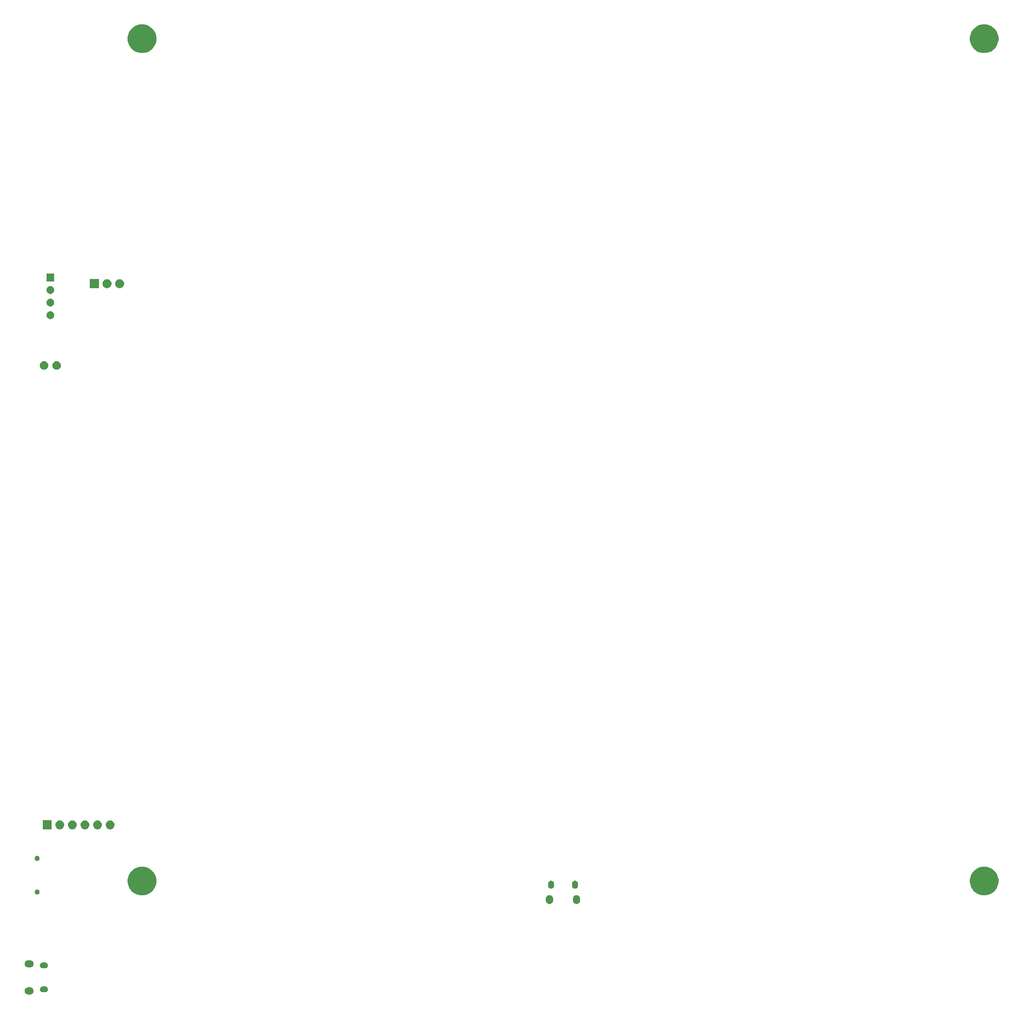
<source format=gbs>
G04 #@! TF.GenerationSoftware,KiCad,Pcbnew,5.1.4-3.fc31*
G04 #@! TF.CreationDate,2019-12-02T16:48:44+01:00*
G04 #@! TF.ProjectId,WordclockPCB,576f7264-636c-46f6-936b-5043422e6b69,rev?*
G04 #@! TF.SameCoordinates,Original*
G04 #@! TF.FileFunction,Soldermask,Bot*
G04 #@! TF.FilePolarity,Negative*
%FSLAX46Y46*%
G04 Gerber Fmt 4.6, Leading zero omitted, Abs format (unit mm)*
G04 Created by KiCad (PCBNEW 5.1.4-3.fc31) date 2019-12-02 16:48:44*
%MOMM*%
%LPD*%
G04 APERTURE LIST*
%ADD10C,0.100000*%
G04 APERTURE END LIST*
D10*
G36*
X87951213Y-216957502D02*
G01*
X88022321Y-216964505D01*
X88159172Y-217006019D01*
X88159175Y-217006020D01*
X88285294Y-217073432D01*
X88395843Y-217164157D01*
X88486568Y-217274706D01*
X88553980Y-217400825D01*
X88553981Y-217400828D01*
X88595495Y-217537679D01*
X88609512Y-217680000D01*
X88595495Y-217822321D01*
X88580385Y-217872130D01*
X88553980Y-217959175D01*
X88486568Y-218085294D01*
X88395843Y-218195843D01*
X88285294Y-218286568D01*
X88159175Y-218353980D01*
X88159172Y-218353981D01*
X88022321Y-218395495D01*
X87951213Y-218402498D01*
X87915660Y-218406000D01*
X87494340Y-218406000D01*
X87458787Y-218402498D01*
X87387679Y-218395495D01*
X87250828Y-218353981D01*
X87250825Y-218353980D01*
X87124706Y-218286568D01*
X87014157Y-218195843D01*
X86923432Y-218085294D01*
X86856020Y-217959175D01*
X86829615Y-217872130D01*
X86814505Y-217822321D01*
X86800488Y-217680000D01*
X86814505Y-217537679D01*
X86856019Y-217400828D01*
X86856020Y-217400825D01*
X86923432Y-217274706D01*
X87014157Y-217164157D01*
X87124706Y-217073432D01*
X87250825Y-217006020D01*
X87250828Y-217006019D01*
X87387679Y-216964505D01*
X87458787Y-216957502D01*
X87494340Y-216954000D01*
X87915660Y-216954000D01*
X87951213Y-216957502D01*
X87951213Y-216957502D01*
G37*
G36*
X91022818Y-216777696D02*
G01*
X91136105Y-216812062D01*
X91240512Y-216867869D01*
X91332027Y-216942973D01*
X91407131Y-217034488D01*
X91462938Y-217138895D01*
X91497304Y-217252182D01*
X91508907Y-217370000D01*
X91497304Y-217487818D01*
X91462938Y-217601105D01*
X91407131Y-217705512D01*
X91332027Y-217797027D01*
X91240512Y-217872131D01*
X91136105Y-217927938D01*
X91022818Y-217962304D01*
X90934519Y-217971000D01*
X90475481Y-217971000D01*
X90387182Y-217962304D01*
X90273895Y-217927938D01*
X90169488Y-217872131D01*
X90077973Y-217797027D01*
X90002869Y-217705512D01*
X89947062Y-217601105D01*
X89912696Y-217487818D01*
X89901093Y-217370000D01*
X89912696Y-217252182D01*
X89947062Y-217138895D01*
X90002869Y-217034488D01*
X90077973Y-216942973D01*
X90169488Y-216867869D01*
X90273895Y-216812062D01*
X90387182Y-216777696D01*
X90475481Y-216769000D01*
X90934519Y-216769000D01*
X91022818Y-216777696D01*
X91022818Y-216777696D01*
G37*
G36*
X91022818Y-211937696D02*
G01*
X91136105Y-211972062D01*
X91240512Y-212027869D01*
X91332027Y-212102973D01*
X91407131Y-212194488D01*
X91462938Y-212298895D01*
X91497304Y-212412182D01*
X91508907Y-212530000D01*
X91497304Y-212647818D01*
X91462938Y-212761105D01*
X91407131Y-212865512D01*
X91332027Y-212957027D01*
X91240512Y-213032131D01*
X91136105Y-213087938D01*
X91022818Y-213122304D01*
X90934519Y-213131000D01*
X90475481Y-213131000D01*
X90387182Y-213122304D01*
X90273895Y-213087938D01*
X90169488Y-213032131D01*
X90077973Y-212957027D01*
X90002869Y-212865512D01*
X89947062Y-212761105D01*
X89912696Y-212647818D01*
X89901093Y-212530000D01*
X89912696Y-212412182D01*
X89947062Y-212298895D01*
X90002869Y-212194488D01*
X90077973Y-212102973D01*
X90169488Y-212027869D01*
X90273895Y-211972062D01*
X90387182Y-211937696D01*
X90475481Y-211929000D01*
X90934519Y-211929000D01*
X91022818Y-211937696D01*
X91022818Y-211937696D01*
G37*
G36*
X87951213Y-211497502D02*
G01*
X88022321Y-211504505D01*
X88159172Y-211546019D01*
X88159175Y-211546020D01*
X88285294Y-211613432D01*
X88395843Y-211704157D01*
X88486568Y-211814706D01*
X88553980Y-211940825D01*
X88553981Y-211940828D01*
X88595495Y-212077679D01*
X88609512Y-212220000D01*
X88595495Y-212362321D01*
X88580369Y-212412184D01*
X88553980Y-212499175D01*
X88486568Y-212625294D01*
X88395843Y-212735843D01*
X88285294Y-212826568D01*
X88159175Y-212893980D01*
X88159172Y-212893981D01*
X88022321Y-212935495D01*
X87951213Y-212942498D01*
X87915660Y-212946000D01*
X87494340Y-212946000D01*
X87458787Y-212942498D01*
X87387679Y-212935495D01*
X87250828Y-212893981D01*
X87250825Y-212893980D01*
X87124706Y-212826568D01*
X87014157Y-212735843D01*
X86923432Y-212625294D01*
X86856020Y-212499175D01*
X86829631Y-212412184D01*
X86814505Y-212362321D01*
X86800488Y-212220000D01*
X86814505Y-212077679D01*
X86856019Y-211940828D01*
X86856020Y-211940825D01*
X86923432Y-211814706D01*
X87014157Y-211704157D01*
X87124706Y-211613432D01*
X87250825Y-211546020D01*
X87250828Y-211546019D01*
X87387679Y-211504505D01*
X87458787Y-211497502D01*
X87494340Y-211494000D01*
X87915660Y-211494000D01*
X87951213Y-211497502D01*
X87951213Y-211497502D01*
G37*
G36*
X198347320Y-198354505D02*
G01*
X198484171Y-198396019D01*
X198484174Y-198396020D01*
X198610293Y-198463432D01*
X198720843Y-198554158D01*
X198811568Y-198664706D01*
X198878980Y-198790825D01*
X198878980Y-198790826D01*
X198878981Y-198790828D01*
X198920495Y-198927679D01*
X198931000Y-199034341D01*
X198931000Y-199455658D01*
X198920495Y-199562320D01*
X198889783Y-199663564D01*
X198878980Y-199699176D01*
X198811568Y-199825294D01*
X198720843Y-199935843D01*
X198610294Y-200026568D01*
X198484175Y-200093980D01*
X198484172Y-200093981D01*
X198347321Y-200135495D01*
X198205000Y-200149512D01*
X198062680Y-200135495D01*
X197925829Y-200093981D01*
X197925826Y-200093980D01*
X197799707Y-200026568D01*
X197689158Y-199935843D01*
X197598432Y-199825294D01*
X197531020Y-199699175D01*
X197531019Y-199699172D01*
X197489505Y-199562321D01*
X197479000Y-199455659D01*
X197479000Y-199034342D01*
X197489505Y-198927680D01*
X197531019Y-198790829D01*
X197531020Y-198790826D01*
X197598432Y-198664707D01*
X197689158Y-198554157D01*
X197799706Y-198463432D01*
X197925825Y-198396020D01*
X197925828Y-198396019D01*
X198062679Y-198354505D01*
X198205000Y-198340488D01*
X198347320Y-198354505D01*
X198347320Y-198354505D01*
G37*
G36*
X192887320Y-198354505D02*
G01*
X193024171Y-198396019D01*
X193024174Y-198396020D01*
X193150293Y-198463432D01*
X193260843Y-198554158D01*
X193351568Y-198664706D01*
X193418980Y-198790825D01*
X193418980Y-198790826D01*
X193418981Y-198790828D01*
X193460495Y-198927679D01*
X193471000Y-199034341D01*
X193471000Y-199455658D01*
X193460495Y-199562320D01*
X193429783Y-199663564D01*
X193418980Y-199699176D01*
X193351568Y-199825294D01*
X193260843Y-199935843D01*
X193150294Y-200026568D01*
X193024175Y-200093980D01*
X193024172Y-200093981D01*
X192887321Y-200135495D01*
X192745000Y-200149512D01*
X192602680Y-200135495D01*
X192465829Y-200093981D01*
X192465826Y-200093980D01*
X192339707Y-200026568D01*
X192229158Y-199935843D01*
X192138432Y-199825294D01*
X192071020Y-199699175D01*
X192071019Y-199699172D01*
X192029505Y-199562321D01*
X192019000Y-199455659D01*
X192019000Y-199034342D01*
X192029505Y-198927680D01*
X192071019Y-198790829D01*
X192071020Y-198790826D01*
X192138432Y-198664707D01*
X192229158Y-198554157D01*
X192339706Y-198463432D01*
X192465825Y-198396020D01*
X192465828Y-198396019D01*
X192602679Y-198354505D01*
X192745000Y-198340488D01*
X192887320Y-198354505D01*
X192887320Y-198354505D01*
G37*
G36*
X281346189Y-192710483D02*
G01*
X281346192Y-192710484D01*
X281346191Y-192710484D01*
X281874139Y-192929167D01*
X282349280Y-193246646D01*
X282753354Y-193650720D01*
X283070833Y-194125861D01*
X283070834Y-194125863D01*
X283289517Y-194653811D01*
X283401000Y-195214275D01*
X283401000Y-195785725D01*
X283289517Y-196346189D01*
X283199787Y-196562816D01*
X283070833Y-196874139D01*
X282753354Y-197349280D01*
X282349280Y-197753354D01*
X281874139Y-198070833D01*
X281874138Y-198070834D01*
X281874137Y-198070834D01*
X281346189Y-198289517D01*
X280785725Y-198401000D01*
X280214275Y-198401000D01*
X279653811Y-198289517D01*
X279125863Y-198070834D01*
X279125862Y-198070834D01*
X279125861Y-198070833D01*
X278650720Y-197753354D01*
X278246646Y-197349280D01*
X277929167Y-196874139D01*
X277800213Y-196562816D01*
X277710483Y-196346189D01*
X277599000Y-195785725D01*
X277599000Y-195214275D01*
X277710483Y-194653811D01*
X277929166Y-194125863D01*
X277929167Y-194125861D01*
X278246646Y-193650720D01*
X278650720Y-193246646D01*
X279125861Y-192929167D01*
X279653809Y-192710484D01*
X279653808Y-192710484D01*
X279653811Y-192710483D01*
X280214275Y-192599000D01*
X280785725Y-192599000D01*
X281346189Y-192710483D01*
X281346189Y-192710483D01*
G37*
G36*
X111346189Y-192710483D02*
G01*
X111346192Y-192710484D01*
X111346191Y-192710484D01*
X111874139Y-192929167D01*
X112349280Y-193246646D01*
X112753354Y-193650720D01*
X113070833Y-194125861D01*
X113070834Y-194125863D01*
X113289517Y-194653811D01*
X113401000Y-195214275D01*
X113401000Y-195785725D01*
X113289517Y-196346189D01*
X113199787Y-196562816D01*
X113070833Y-196874139D01*
X112753354Y-197349280D01*
X112349280Y-197753354D01*
X111874139Y-198070833D01*
X111874138Y-198070834D01*
X111874137Y-198070834D01*
X111346189Y-198289517D01*
X110785725Y-198401000D01*
X110214275Y-198401000D01*
X109653811Y-198289517D01*
X109125863Y-198070834D01*
X109125862Y-198070834D01*
X109125861Y-198070833D01*
X108650720Y-197753354D01*
X108246646Y-197349280D01*
X107929167Y-196874139D01*
X107800213Y-196562816D01*
X107710483Y-196346189D01*
X107599000Y-195785725D01*
X107599000Y-195214275D01*
X107710483Y-194653811D01*
X107929166Y-194125863D01*
X107929167Y-194125861D01*
X108246646Y-193650720D01*
X108650720Y-193246646D01*
X109125861Y-192929167D01*
X109653809Y-192710484D01*
X109653808Y-192710484D01*
X109653811Y-192710483D01*
X110214275Y-192599000D01*
X110785725Y-192599000D01*
X111346189Y-192710483D01*
X111346189Y-192710483D01*
G37*
G36*
X89425740Y-197228626D02*
G01*
X89474136Y-197238253D01*
X89511902Y-197253896D01*
X89565311Y-197276019D01*
X89565312Y-197276020D01*
X89647369Y-197330848D01*
X89717152Y-197400631D01*
X89717153Y-197400633D01*
X89771981Y-197482689D01*
X89809747Y-197573865D01*
X89829000Y-197670655D01*
X89829000Y-197769345D01*
X89809747Y-197866135D01*
X89771981Y-197957311D01*
X89771980Y-197957312D01*
X89717152Y-198039369D01*
X89647369Y-198109152D01*
X89606062Y-198136752D01*
X89565311Y-198163981D01*
X89511902Y-198186104D01*
X89474136Y-198201747D01*
X89425740Y-198211373D01*
X89377345Y-198221000D01*
X89278655Y-198221000D01*
X89230260Y-198211373D01*
X89181864Y-198201747D01*
X89144098Y-198186104D01*
X89090689Y-198163981D01*
X89049938Y-198136752D01*
X89008631Y-198109152D01*
X88938848Y-198039369D01*
X88884020Y-197957312D01*
X88884019Y-197957311D01*
X88846253Y-197866135D01*
X88827000Y-197769345D01*
X88827000Y-197670655D01*
X88846253Y-197573865D01*
X88884019Y-197482689D01*
X88938847Y-197400633D01*
X88938848Y-197400631D01*
X89008631Y-197330848D01*
X89090688Y-197276020D01*
X89090689Y-197276019D01*
X89144098Y-197253896D01*
X89181864Y-197238253D01*
X89230260Y-197228627D01*
X89278655Y-197219000D01*
X89377345Y-197219000D01*
X89425740Y-197228626D01*
X89425740Y-197228626D01*
G37*
G36*
X198012817Y-195452696D02*
G01*
X198126104Y-195487062D01*
X198230511Y-195542869D01*
X198230513Y-195542870D01*
X198230512Y-195542870D01*
X198322027Y-195617973D01*
X198385711Y-195695572D01*
X198397131Y-195709488D01*
X198452938Y-195813895D01*
X198487304Y-195927182D01*
X198496000Y-196015481D01*
X198496000Y-196474518D01*
X198487304Y-196562818D01*
X198452938Y-196676105D01*
X198397131Y-196780512D01*
X198322027Y-196872027D01*
X198230512Y-196947131D01*
X198126105Y-197002938D01*
X198012818Y-197037304D01*
X197895000Y-197048907D01*
X197777183Y-197037304D01*
X197663896Y-197002938D01*
X197559489Y-196947131D01*
X197467974Y-196872027D01*
X197392869Y-196780512D01*
X197337062Y-196676105D01*
X197302696Y-196562818D01*
X197294000Y-196474519D01*
X197294000Y-196015482D01*
X197302696Y-195927183D01*
X197337062Y-195813896D01*
X197392869Y-195709489D01*
X197406338Y-195693077D01*
X197467973Y-195617973D01*
X197559487Y-195542870D01*
X197559486Y-195542870D01*
X197559488Y-195542869D01*
X197663895Y-195487062D01*
X197777182Y-195452696D01*
X197895000Y-195441093D01*
X198012817Y-195452696D01*
X198012817Y-195452696D01*
G37*
G36*
X193172817Y-195452696D02*
G01*
X193286104Y-195487062D01*
X193390511Y-195542869D01*
X193390513Y-195542870D01*
X193390512Y-195542870D01*
X193482027Y-195617973D01*
X193545711Y-195695572D01*
X193557131Y-195709488D01*
X193612938Y-195813895D01*
X193647304Y-195927182D01*
X193656000Y-196015481D01*
X193656000Y-196474518D01*
X193647304Y-196562818D01*
X193612938Y-196676105D01*
X193557131Y-196780512D01*
X193482027Y-196872027D01*
X193390512Y-196947131D01*
X193286105Y-197002938D01*
X193172818Y-197037304D01*
X193055000Y-197048907D01*
X192937183Y-197037304D01*
X192823896Y-197002938D01*
X192719489Y-196947131D01*
X192627974Y-196872027D01*
X192552869Y-196780512D01*
X192497062Y-196676105D01*
X192462696Y-196562818D01*
X192454000Y-196474519D01*
X192454000Y-196015482D01*
X192462696Y-195927183D01*
X192497062Y-195813896D01*
X192552869Y-195709489D01*
X192566338Y-195693077D01*
X192627973Y-195617973D01*
X192719487Y-195542870D01*
X192719486Y-195542870D01*
X192719488Y-195542869D01*
X192823895Y-195487062D01*
X192937182Y-195452696D01*
X193055000Y-195441093D01*
X193172817Y-195452696D01*
X193172817Y-195452696D01*
G37*
G36*
X89425740Y-190428627D02*
G01*
X89474136Y-190438253D01*
X89511902Y-190453896D01*
X89565311Y-190476019D01*
X89565312Y-190476020D01*
X89647369Y-190530848D01*
X89717152Y-190600631D01*
X89717153Y-190600633D01*
X89771981Y-190682689D01*
X89809747Y-190773865D01*
X89829000Y-190870655D01*
X89829000Y-190969345D01*
X89809747Y-191066135D01*
X89771981Y-191157311D01*
X89771980Y-191157312D01*
X89717152Y-191239369D01*
X89647369Y-191309152D01*
X89606062Y-191336752D01*
X89565311Y-191363981D01*
X89511902Y-191386104D01*
X89474136Y-191401747D01*
X89425740Y-191411373D01*
X89377345Y-191421000D01*
X89278655Y-191421000D01*
X89230260Y-191411373D01*
X89181864Y-191401747D01*
X89144098Y-191386104D01*
X89090689Y-191363981D01*
X89049938Y-191336752D01*
X89008631Y-191309152D01*
X88938848Y-191239369D01*
X88884020Y-191157312D01*
X88884019Y-191157311D01*
X88846253Y-191066135D01*
X88827000Y-190969345D01*
X88827000Y-190870655D01*
X88846253Y-190773865D01*
X88884019Y-190682689D01*
X88938847Y-190600633D01*
X88938848Y-190600631D01*
X89008631Y-190530848D01*
X89090688Y-190476020D01*
X89090689Y-190476019D01*
X89144098Y-190453896D01*
X89181864Y-190438253D01*
X89230260Y-190428627D01*
X89278655Y-190419000D01*
X89377345Y-190419000D01*
X89425740Y-190428627D01*
X89425740Y-190428627D01*
G37*
G36*
X96550442Y-183265518D02*
G01*
X96616627Y-183272037D01*
X96786466Y-183323557D01*
X96942991Y-183407222D01*
X96978729Y-183436552D01*
X97080186Y-183519814D01*
X97163448Y-183621271D01*
X97192778Y-183657009D01*
X97276443Y-183813534D01*
X97327963Y-183983373D01*
X97345359Y-184160000D01*
X97327963Y-184336627D01*
X97276443Y-184506466D01*
X97192778Y-184662991D01*
X97163448Y-184698729D01*
X97080186Y-184800186D01*
X96978729Y-184883448D01*
X96942991Y-184912778D01*
X96786466Y-184996443D01*
X96616627Y-185047963D01*
X96550443Y-185054481D01*
X96484260Y-185061000D01*
X96395740Y-185061000D01*
X96329557Y-185054481D01*
X96263373Y-185047963D01*
X96093534Y-184996443D01*
X95937009Y-184912778D01*
X95901271Y-184883448D01*
X95799814Y-184800186D01*
X95716552Y-184698729D01*
X95687222Y-184662991D01*
X95603557Y-184506466D01*
X95552037Y-184336627D01*
X95534641Y-184160000D01*
X95552037Y-183983373D01*
X95603557Y-183813534D01*
X95687222Y-183657009D01*
X95716552Y-183621271D01*
X95799814Y-183519814D01*
X95901271Y-183436552D01*
X95937009Y-183407222D01*
X96093534Y-183323557D01*
X96263373Y-183272037D01*
X96329558Y-183265518D01*
X96395740Y-183259000D01*
X96484260Y-183259000D01*
X96550442Y-183265518D01*
X96550442Y-183265518D01*
G37*
G36*
X104170442Y-183265518D02*
G01*
X104236627Y-183272037D01*
X104406466Y-183323557D01*
X104562991Y-183407222D01*
X104598729Y-183436552D01*
X104700186Y-183519814D01*
X104783448Y-183621271D01*
X104812778Y-183657009D01*
X104896443Y-183813534D01*
X104947963Y-183983373D01*
X104965359Y-184160000D01*
X104947963Y-184336627D01*
X104896443Y-184506466D01*
X104812778Y-184662991D01*
X104783448Y-184698729D01*
X104700186Y-184800186D01*
X104598729Y-184883448D01*
X104562991Y-184912778D01*
X104406466Y-184996443D01*
X104236627Y-185047963D01*
X104170443Y-185054481D01*
X104104260Y-185061000D01*
X104015740Y-185061000D01*
X103949557Y-185054481D01*
X103883373Y-185047963D01*
X103713534Y-184996443D01*
X103557009Y-184912778D01*
X103521271Y-184883448D01*
X103419814Y-184800186D01*
X103336552Y-184698729D01*
X103307222Y-184662991D01*
X103223557Y-184506466D01*
X103172037Y-184336627D01*
X103154641Y-184160000D01*
X103172037Y-183983373D01*
X103223557Y-183813534D01*
X103307222Y-183657009D01*
X103336552Y-183621271D01*
X103419814Y-183519814D01*
X103521271Y-183436552D01*
X103557009Y-183407222D01*
X103713534Y-183323557D01*
X103883373Y-183272037D01*
X103949558Y-183265518D01*
X104015740Y-183259000D01*
X104104260Y-183259000D01*
X104170442Y-183265518D01*
X104170442Y-183265518D01*
G37*
G36*
X101630442Y-183265518D02*
G01*
X101696627Y-183272037D01*
X101866466Y-183323557D01*
X102022991Y-183407222D01*
X102058729Y-183436552D01*
X102160186Y-183519814D01*
X102243448Y-183621271D01*
X102272778Y-183657009D01*
X102356443Y-183813534D01*
X102407963Y-183983373D01*
X102425359Y-184160000D01*
X102407963Y-184336627D01*
X102356443Y-184506466D01*
X102272778Y-184662991D01*
X102243448Y-184698729D01*
X102160186Y-184800186D01*
X102058729Y-184883448D01*
X102022991Y-184912778D01*
X101866466Y-184996443D01*
X101696627Y-185047963D01*
X101630443Y-185054481D01*
X101564260Y-185061000D01*
X101475740Y-185061000D01*
X101409557Y-185054481D01*
X101343373Y-185047963D01*
X101173534Y-184996443D01*
X101017009Y-184912778D01*
X100981271Y-184883448D01*
X100879814Y-184800186D01*
X100796552Y-184698729D01*
X100767222Y-184662991D01*
X100683557Y-184506466D01*
X100632037Y-184336627D01*
X100614641Y-184160000D01*
X100632037Y-183983373D01*
X100683557Y-183813534D01*
X100767222Y-183657009D01*
X100796552Y-183621271D01*
X100879814Y-183519814D01*
X100981271Y-183436552D01*
X101017009Y-183407222D01*
X101173534Y-183323557D01*
X101343373Y-183272037D01*
X101409558Y-183265518D01*
X101475740Y-183259000D01*
X101564260Y-183259000D01*
X101630442Y-183265518D01*
X101630442Y-183265518D01*
G37*
G36*
X99090442Y-183265518D02*
G01*
X99156627Y-183272037D01*
X99326466Y-183323557D01*
X99482991Y-183407222D01*
X99518729Y-183436552D01*
X99620186Y-183519814D01*
X99703448Y-183621271D01*
X99732778Y-183657009D01*
X99816443Y-183813534D01*
X99867963Y-183983373D01*
X99885359Y-184160000D01*
X99867963Y-184336627D01*
X99816443Y-184506466D01*
X99732778Y-184662991D01*
X99703448Y-184698729D01*
X99620186Y-184800186D01*
X99518729Y-184883448D01*
X99482991Y-184912778D01*
X99326466Y-184996443D01*
X99156627Y-185047963D01*
X99090443Y-185054481D01*
X99024260Y-185061000D01*
X98935740Y-185061000D01*
X98869557Y-185054481D01*
X98803373Y-185047963D01*
X98633534Y-184996443D01*
X98477009Y-184912778D01*
X98441271Y-184883448D01*
X98339814Y-184800186D01*
X98256552Y-184698729D01*
X98227222Y-184662991D01*
X98143557Y-184506466D01*
X98092037Y-184336627D01*
X98074641Y-184160000D01*
X98092037Y-183983373D01*
X98143557Y-183813534D01*
X98227222Y-183657009D01*
X98256552Y-183621271D01*
X98339814Y-183519814D01*
X98441271Y-183436552D01*
X98477009Y-183407222D01*
X98633534Y-183323557D01*
X98803373Y-183272037D01*
X98869558Y-183265518D01*
X98935740Y-183259000D01*
X99024260Y-183259000D01*
X99090442Y-183265518D01*
X99090442Y-183265518D01*
G37*
G36*
X94010442Y-183265518D02*
G01*
X94076627Y-183272037D01*
X94246466Y-183323557D01*
X94402991Y-183407222D01*
X94438729Y-183436552D01*
X94540186Y-183519814D01*
X94623448Y-183621271D01*
X94652778Y-183657009D01*
X94736443Y-183813534D01*
X94787963Y-183983373D01*
X94805359Y-184160000D01*
X94787963Y-184336627D01*
X94736443Y-184506466D01*
X94652778Y-184662991D01*
X94623448Y-184698729D01*
X94540186Y-184800186D01*
X94438729Y-184883448D01*
X94402991Y-184912778D01*
X94246466Y-184996443D01*
X94076627Y-185047963D01*
X94010443Y-185054481D01*
X93944260Y-185061000D01*
X93855740Y-185061000D01*
X93789557Y-185054481D01*
X93723373Y-185047963D01*
X93553534Y-184996443D01*
X93397009Y-184912778D01*
X93361271Y-184883448D01*
X93259814Y-184800186D01*
X93176552Y-184698729D01*
X93147222Y-184662991D01*
X93063557Y-184506466D01*
X93012037Y-184336627D01*
X92994641Y-184160000D01*
X93012037Y-183983373D01*
X93063557Y-183813534D01*
X93147222Y-183657009D01*
X93176552Y-183621271D01*
X93259814Y-183519814D01*
X93361271Y-183436552D01*
X93397009Y-183407222D01*
X93553534Y-183323557D01*
X93723373Y-183272037D01*
X93789558Y-183265518D01*
X93855740Y-183259000D01*
X93944260Y-183259000D01*
X94010442Y-183265518D01*
X94010442Y-183265518D01*
G37*
G36*
X92261000Y-185061000D02*
G01*
X90459000Y-185061000D01*
X90459000Y-183259000D01*
X92261000Y-183259000D01*
X92261000Y-185061000D01*
X92261000Y-185061000D01*
G37*
G36*
X93513228Y-90631703D02*
G01*
X93668100Y-90695853D01*
X93807481Y-90788985D01*
X93926015Y-90907519D01*
X94019147Y-91046900D01*
X94083297Y-91201772D01*
X94116000Y-91366184D01*
X94116000Y-91533816D01*
X94083297Y-91698228D01*
X94019147Y-91853100D01*
X93926015Y-91992481D01*
X93807481Y-92111015D01*
X93668100Y-92204147D01*
X93513228Y-92268297D01*
X93348816Y-92301000D01*
X93181184Y-92301000D01*
X93016772Y-92268297D01*
X92861900Y-92204147D01*
X92722519Y-92111015D01*
X92603985Y-91992481D01*
X92510853Y-91853100D01*
X92446703Y-91698228D01*
X92414000Y-91533816D01*
X92414000Y-91366184D01*
X92446703Y-91201772D01*
X92510853Y-91046900D01*
X92603985Y-90907519D01*
X92722519Y-90788985D01*
X92861900Y-90695853D01*
X93016772Y-90631703D01*
X93181184Y-90599000D01*
X93348816Y-90599000D01*
X93513228Y-90631703D01*
X93513228Y-90631703D01*
G37*
G36*
X90973228Y-90631703D02*
G01*
X91128100Y-90695853D01*
X91267481Y-90788985D01*
X91386015Y-90907519D01*
X91479147Y-91046900D01*
X91543297Y-91201772D01*
X91576000Y-91366184D01*
X91576000Y-91533816D01*
X91543297Y-91698228D01*
X91479147Y-91853100D01*
X91386015Y-91992481D01*
X91267481Y-92111015D01*
X91128100Y-92204147D01*
X90973228Y-92268297D01*
X90808816Y-92301000D01*
X90641184Y-92301000D01*
X90476772Y-92268297D01*
X90321900Y-92204147D01*
X90182519Y-92111015D01*
X90063985Y-91992481D01*
X89970853Y-91853100D01*
X89906703Y-91698228D01*
X89874000Y-91533816D01*
X89874000Y-91366184D01*
X89906703Y-91201772D01*
X89970853Y-91046900D01*
X90063985Y-90907519D01*
X90182519Y-90788985D01*
X90321900Y-90695853D01*
X90476772Y-90631703D01*
X90641184Y-90599000D01*
X90808816Y-90599000D01*
X90973228Y-90631703D01*
X90973228Y-90631703D01*
G37*
G36*
X92228642Y-80519781D02*
G01*
X92374414Y-80580162D01*
X92374416Y-80580163D01*
X92505608Y-80667822D01*
X92617178Y-80779392D01*
X92704837Y-80910584D01*
X92704838Y-80910586D01*
X92765219Y-81056358D01*
X92796000Y-81211107D01*
X92796000Y-81368893D01*
X92765219Y-81523642D01*
X92704838Y-81669414D01*
X92704837Y-81669416D01*
X92617178Y-81800608D01*
X92505608Y-81912178D01*
X92374416Y-81999837D01*
X92374415Y-81999838D01*
X92374414Y-81999838D01*
X92228642Y-82060219D01*
X92073893Y-82091000D01*
X91916107Y-82091000D01*
X91761358Y-82060219D01*
X91615586Y-81999838D01*
X91615585Y-81999838D01*
X91615584Y-81999837D01*
X91484392Y-81912178D01*
X91372822Y-81800608D01*
X91285163Y-81669416D01*
X91285162Y-81669414D01*
X91224781Y-81523642D01*
X91194000Y-81368893D01*
X91194000Y-81211107D01*
X91224781Y-81056358D01*
X91285162Y-80910586D01*
X91285163Y-80910584D01*
X91372822Y-80779392D01*
X91484392Y-80667822D01*
X91615584Y-80580163D01*
X91615586Y-80580162D01*
X91761358Y-80519781D01*
X91916107Y-80489000D01*
X92073893Y-80489000D01*
X92228642Y-80519781D01*
X92228642Y-80519781D01*
G37*
G36*
X92228642Y-77979781D02*
G01*
X92374414Y-78040162D01*
X92374416Y-78040163D01*
X92505608Y-78127822D01*
X92617178Y-78239392D01*
X92704837Y-78370584D01*
X92704838Y-78370586D01*
X92765219Y-78516358D01*
X92796000Y-78671107D01*
X92796000Y-78828893D01*
X92765219Y-78983642D01*
X92704838Y-79129414D01*
X92704837Y-79129416D01*
X92617178Y-79260608D01*
X92505608Y-79372178D01*
X92374416Y-79459837D01*
X92374415Y-79459838D01*
X92374414Y-79459838D01*
X92228642Y-79520219D01*
X92073893Y-79551000D01*
X91916107Y-79551000D01*
X91761358Y-79520219D01*
X91615586Y-79459838D01*
X91615585Y-79459838D01*
X91615584Y-79459837D01*
X91484392Y-79372178D01*
X91372822Y-79260608D01*
X91285163Y-79129416D01*
X91285162Y-79129414D01*
X91224781Y-78983642D01*
X91194000Y-78828893D01*
X91194000Y-78671107D01*
X91224781Y-78516358D01*
X91285162Y-78370586D01*
X91285163Y-78370584D01*
X91372822Y-78239392D01*
X91484392Y-78127822D01*
X91615584Y-78040163D01*
X91615586Y-78040162D01*
X91761358Y-77979781D01*
X91916107Y-77949000D01*
X92073893Y-77949000D01*
X92228642Y-77979781D01*
X92228642Y-77979781D01*
G37*
G36*
X92228642Y-75439781D02*
G01*
X92374414Y-75500162D01*
X92374416Y-75500163D01*
X92505608Y-75587822D01*
X92617178Y-75699392D01*
X92704837Y-75830584D01*
X92704838Y-75830586D01*
X92765219Y-75976358D01*
X92796000Y-76131107D01*
X92796000Y-76288893D01*
X92765219Y-76443642D01*
X92704838Y-76589414D01*
X92704837Y-76589416D01*
X92617178Y-76720608D01*
X92505608Y-76832178D01*
X92374416Y-76919837D01*
X92374415Y-76919838D01*
X92374414Y-76919838D01*
X92228642Y-76980219D01*
X92073893Y-77011000D01*
X91916107Y-77011000D01*
X91761358Y-76980219D01*
X91615586Y-76919838D01*
X91615585Y-76919838D01*
X91615584Y-76919837D01*
X91484392Y-76832178D01*
X91372822Y-76720608D01*
X91285163Y-76589416D01*
X91285162Y-76589414D01*
X91224781Y-76443642D01*
X91194000Y-76288893D01*
X91194000Y-76131107D01*
X91224781Y-75976358D01*
X91285162Y-75830586D01*
X91285163Y-75830584D01*
X91372822Y-75699392D01*
X91484392Y-75587822D01*
X91615584Y-75500163D01*
X91615586Y-75500162D01*
X91761358Y-75439781D01*
X91916107Y-75409000D01*
X92073893Y-75409000D01*
X92228642Y-75439781D01*
X92228642Y-75439781D01*
G37*
G36*
X101786000Y-75841000D02*
G01*
X99984000Y-75841000D01*
X99984000Y-74039000D01*
X101786000Y-74039000D01*
X101786000Y-75841000D01*
X101786000Y-75841000D01*
G37*
G36*
X106075442Y-74045518D02*
G01*
X106141627Y-74052037D01*
X106311466Y-74103557D01*
X106467991Y-74187222D01*
X106503729Y-74216552D01*
X106605186Y-74299814D01*
X106688448Y-74401271D01*
X106717778Y-74437009D01*
X106801443Y-74593534D01*
X106852963Y-74763373D01*
X106870359Y-74940000D01*
X106852963Y-75116627D01*
X106801443Y-75286466D01*
X106717778Y-75442991D01*
X106688448Y-75478729D01*
X106605186Y-75580186D01*
X106503729Y-75663448D01*
X106467991Y-75692778D01*
X106311466Y-75776443D01*
X106141627Y-75827963D01*
X106075443Y-75834481D01*
X106009260Y-75841000D01*
X105920740Y-75841000D01*
X105854557Y-75834481D01*
X105788373Y-75827963D01*
X105618534Y-75776443D01*
X105462009Y-75692778D01*
X105426271Y-75663448D01*
X105324814Y-75580186D01*
X105241552Y-75478729D01*
X105212222Y-75442991D01*
X105128557Y-75286466D01*
X105077037Y-75116627D01*
X105059641Y-74940000D01*
X105077037Y-74763373D01*
X105128557Y-74593534D01*
X105212222Y-74437009D01*
X105241552Y-74401271D01*
X105324814Y-74299814D01*
X105426271Y-74216552D01*
X105462009Y-74187222D01*
X105618534Y-74103557D01*
X105788373Y-74052037D01*
X105854558Y-74045518D01*
X105920740Y-74039000D01*
X106009260Y-74039000D01*
X106075442Y-74045518D01*
X106075442Y-74045518D01*
G37*
G36*
X103535442Y-74045518D02*
G01*
X103601627Y-74052037D01*
X103771466Y-74103557D01*
X103927991Y-74187222D01*
X103963729Y-74216552D01*
X104065186Y-74299814D01*
X104148448Y-74401271D01*
X104177778Y-74437009D01*
X104261443Y-74593534D01*
X104312963Y-74763373D01*
X104330359Y-74940000D01*
X104312963Y-75116627D01*
X104261443Y-75286466D01*
X104177778Y-75442991D01*
X104148448Y-75478729D01*
X104065186Y-75580186D01*
X103963729Y-75663448D01*
X103927991Y-75692778D01*
X103771466Y-75776443D01*
X103601627Y-75827963D01*
X103535443Y-75834481D01*
X103469260Y-75841000D01*
X103380740Y-75841000D01*
X103314557Y-75834481D01*
X103248373Y-75827963D01*
X103078534Y-75776443D01*
X102922009Y-75692778D01*
X102886271Y-75663448D01*
X102784814Y-75580186D01*
X102701552Y-75478729D01*
X102672222Y-75442991D01*
X102588557Y-75286466D01*
X102537037Y-75116627D01*
X102519641Y-74940000D01*
X102537037Y-74763373D01*
X102588557Y-74593534D01*
X102672222Y-74437009D01*
X102701552Y-74401271D01*
X102784814Y-74299814D01*
X102886271Y-74216552D01*
X102922009Y-74187222D01*
X103078534Y-74103557D01*
X103248373Y-74052037D01*
X103314558Y-74045518D01*
X103380740Y-74039000D01*
X103469260Y-74039000D01*
X103535442Y-74045518D01*
X103535442Y-74045518D01*
G37*
G36*
X92796000Y-74471000D02*
G01*
X91194000Y-74471000D01*
X91194000Y-72869000D01*
X92796000Y-72869000D01*
X92796000Y-74471000D01*
X92796000Y-74471000D01*
G37*
G36*
X281346189Y-22710483D02*
G01*
X281346192Y-22710484D01*
X281346191Y-22710484D01*
X281874139Y-22929167D01*
X282349280Y-23246646D01*
X282753354Y-23650720D01*
X283070833Y-24125861D01*
X283070834Y-24125863D01*
X283289517Y-24653811D01*
X283401000Y-25214275D01*
X283401000Y-25785725D01*
X283289517Y-26346189D01*
X283289516Y-26346191D01*
X283070833Y-26874139D01*
X282753354Y-27349280D01*
X282349280Y-27753354D01*
X281874139Y-28070833D01*
X281874138Y-28070834D01*
X281874137Y-28070834D01*
X281346189Y-28289517D01*
X280785725Y-28401000D01*
X280214275Y-28401000D01*
X279653811Y-28289517D01*
X279125863Y-28070834D01*
X279125862Y-28070834D01*
X279125861Y-28070833D01*
X278650720Y-27753354D01*
X278246646Y-27349280D01*
X277929167Y-26874139D01*
X277710484Y-26346191D01*
X277710483Y-26346189D01*
X277599000Y-25785725D01*
X277599000Y-25214275D01*
X277710483Y-24653811D01*
X277929166Y-24125863D01*
X277929167Y-24125861D01*
X278246646Y-23650720D01*
X278650720Y-23246646D01*
X279125861Y-22929167D01*
X279653809Y-22710484D01*
X279653808Y-22710484D01*
X279653811Y-22710483D01*
X280214275Y-22599000D01*
X280785725Y-22599000D01*
X281346189Y-22710483D01*
X281346189Y-22710483D01*
G37*
G36*
X111346189Y-22710483D02*
G01*
X111346192Y-22710484D01*
X111346191Y-22710484D01*
X111874139Y-22929167D01*
X112349280Y-23246646D01*
X112753354Y-23650720D01*
X113070833Y-24125861D01*
X113070834Y-24125863D01*
X113289517Y-24653811D01*
X113401000Y-25214275D01*
X113401000Y-25785725D01*
X113289517Y-26346189D01*
X113289516Y-26346191D01*
X113070833Y-26874139D01*
X112753354Y-27349280D01*
X112349280Y-27753354D01*
X111874139Y-28070833D01*
X111874138Y-28070834D01*
X111874137Y-28070834D01*
X111346189Y-28289517D01*
X110785725Y-28401000D01*
X110214275Y-28401000D01*
X109653811Y-28289517D01*
X109125863Y-28070834D01*
X109125862Y-28070834D01*
X109125861Y-28070833D01*
X108650720Y-27753354D01*
X108246646Y-27349280D01*
X107929167Y-26874139D01*
X107710484Y-26346191D01*
X107710483Y-26346189D01*
X107599000Y-25785725D01*
X107599000Y-25214275D01*
X107710483Y-24653811D01*
X107929166Y-24125863D01*
X107929167Y-24125861D01*
X108246646Y-23650720D01*
X108650720Y-23246646D01*
X109125861Y-22929167D01*
X109653809Y-22710484D01*
X109653808Y-22710484D01*
X109653811Y-22710483D01*
X110214275Y-22599000D01*
X110785725Y-22599000D01*
X111346189Y-22710483D01*
X111346189Y-22710483D01*
G37*
M02*

</source>
